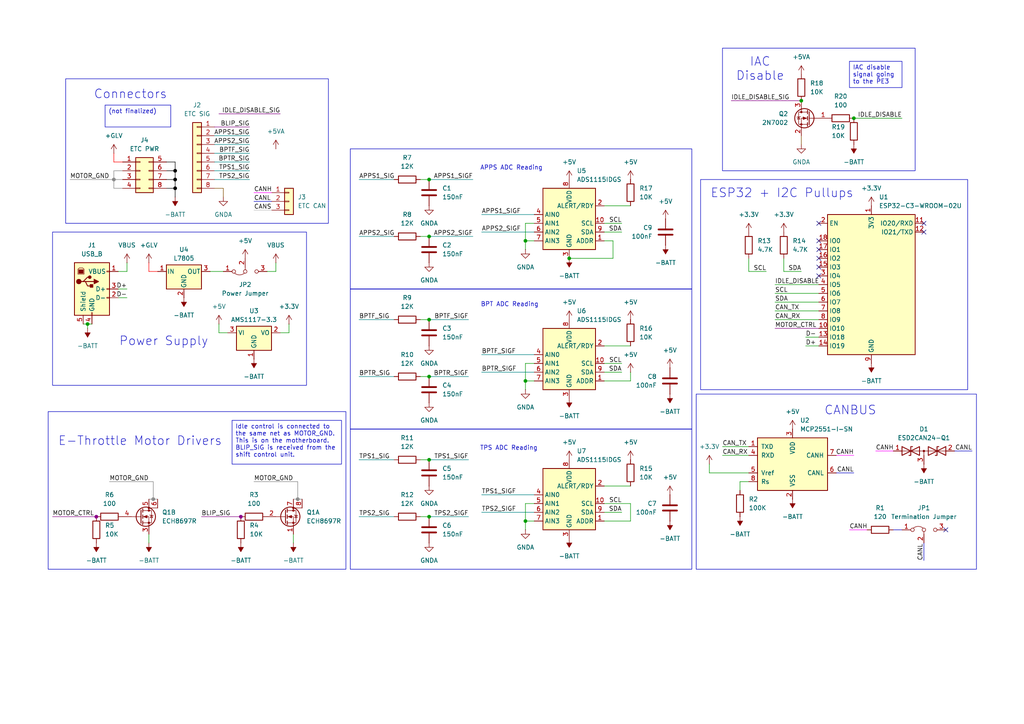
<source format=kicad_sch>
(kicad_sch (version 20231120) (generator "eeschema") (generator_version "8.0")
  (paper "A4")
  (title_block (title "Electronic Throttle Control Module") (date "2024-11-19") (rev "A") (company "\"Gryphon Racing\""))
  (junction (at 86.36 144.78) (color 132 132 132 1))
  (junction (at 50.8 49.53) (color 0 0 0 1))
  (junction (at 247.65 34.29))
  (junction (at 50.8 52.07) (color 0 0 0 1))
  (junction (at 165.1 74.93))
  (junction (at 152.4 110.49))
  (junction (at 25.4 93.98))
  (junction (at 124.46 52.07))
  (junction (at 50.8 54.61) (color 0 0 0 1))
  (junction (at 44.45 144.78) (color 132 132 132 1))
  (junction (at 152.4 151.13))
  (junction (at 124.46 149.86))
  (junction (at 69.85 149.86) (color 132 0 132 1))
  (junction (at 232.41 29.21))
  (junction (at 27.94 149.86) (color 132 0 132 1))
  (junction (at 124.46 109.22))
  (junction (at 124.46 133.35))
  (junction (at 152.4 69.85))
  (junction (at 124.46 68.58))
  (junction (at 124.46 92.71))
  (junction (at 33.02 52.07) (color 132 132 132 1))
  (no_connect (at 267.97 67.31))
  (no_connect (at 237.49 72.39))
  (no_connect (at 237.49 74.93))
  (no_connect (at 267.97 64.77))
  (no_connect (at 237.49 77.47))
  (no_connect (at 237.49 64.77))
  (no_connect (at 274.32 153.67))
  (no_connect (at 237.49 80.01))
  (no_connect (at 237.49 69.85))
  (wire (pts (xy 44.45 139.7) (xy 44.45 144.78)) (stroke (width 0) (color 132 132 132 1)))
  (wire (pts (xy 63.5 96.52) (xy 66.04 96.52)))
  (wire (pts (xy 233.68 100.33) (xy 237.49 100.33)))
  (wire (pts (xy 224.79 85.09) (xy 237.49 85.09)))
  (wire (pts (xy 104.14 133.35) (xy 114.3 133.35)) (stroke (width 0) (color 0 132 132 1)))
  (wire (pts (xy 139.7 102.87) (xy 154.94 102.87)) (stroke (width 0) (color 0 132 132 1)))
  (wire (pts (xy 175.26 146.05) (xy 182.88 146.05)))
  (wire (pts (xy 72.39 46.99) (xy 62.23 46.99)) (stroke (width 0) (color 0 132 132 1)))
  (wire (pts (xy 50.8 49.53) (xy 48.26 49.53)) (stroke (width 0) (color 0 0 0 1)))
  (wire (pts (xy 214.63 142.24) (xy 214.63 139.7)))
  (wire (pts (xy 175.26 67.31) (xy 180.34 67.31)))
  (wire (pts (xy 224.79 87.63) (xy 237.49 87.63)))
  (wire (pts (xy 259.08 130.81) (xy 254 130.81)) (stroke (width 0) (color 255 0 255 1)))
  (wire (pts (xy 83.82 96.52) (xy 83.82 93.98)))
  (wire (pts (xy 72.39 39.37) (xy 62.23 39.37)) (stroke (width 0) (color 0 132 132 1)))
  (wire (pts (xy 33.02 52.07) (xy 33.02 54.61)) (stroke (width 0) (color 132 132 132 1)))
  (wire (pts (xy 121.92 133.35) (xy 124.46 133.35)))
  (wire (pts (xy 25.4 93.98) (xy 26.67 93.98)))
  (wire (pts (xy 36.83 86.36) (xy 34.29 86.36)))
  (wire (pts (xy 86.36 144.78) (xy 85.09 144.78)) (stroke (width 0) (color 132 132 132 1)))
  (wire (pts (xy 50.8 54.61) (xy 50.8 52.07)) (stroke (width 0) (color 0 0 0 1)))
  (wire (pts (xy 177.8 69.85) (xy 177.8 74.93)))
  (wire (pts (xy 72.39 49.53) (xy 62.23 49.53)) (stroke (width 0) (color 0 132 132 1)))
  (wire (pts (xy 45.72 144.78) (xy 44.45 144.78)) (stroke (width 0) (color 132 132 132 1)))
  (wire (pts (xy 175.26 148.59) (xy 180.34 148.59)))
  (wire (pts (xy 33.02 49.53) (xy 35.56 49.53)) (stroke (width 0) (color 132 132 132 1)))
  (wire (pts (xy 233.68 97.79) (xy 237.49 97.79)))
  (wire (pts (xy 205.74 134.62) (xy 205.74 137.16)))
  (wire (pts (xy 78.74 58.42) (xy 73.66 58.42)) (stroke (width 0) (color 0 0 194 1)))
  (wire (pts (xy 72.39 36.83) (xy 62.23 36.83)) (stroke (width 0) (color 132 0 132 1)))
  (wire (pts (xy 209.55 132.08) (xy 217.17 132.08)))
  (wire (pts (xy 121.92 109.22) (xy 124.46 109.22)))
  (wire (pts (xy 175.26 107.95) (xy 180.34 107.95)))
  (wire (pts (xy 139.7 62.23) (xy 154.94 62.23)) (stroke (width 0) (color 0 132 132 1)))
  (wire (pts (xy 104.14 149.86) (xy 114.3 149.86)) (stroke (width 0) (color 0 132 132 1)))
  (wire (pts (xy 58.42 149.86) (xy 69.85 149.86)) (stroke (width 0) (color 132 0 132 1)))
  (wire (pts (xy 104.14 52.07) (xy 114.3 52.07)) (stroke (width 0) (color 0 132 132 1)))
  (wire (pts (xy 139.7 107.95) (xy 154.94 107.95)) (stroke (width 0) (color 0 132 132 1)))
  (wire (pts (xy 152.4 105.41) (xy 154.94 105.41)))
  (wire (pts (xy 152.4 69.85) (xy 154.94 69.85)))
  (wire (pts (xy 224.79 90.17) (xy 237.49 90.17)))
  (wire (pts (xy 139.7 67.31) (xy 154.94 67.31)) (stroke (width 0) (color 0 132 132 1)))
  (wire (pts (xy 24.13 93.98) (xy 25.4 93.98)))
  (wire (pts (xy 135.89 133.35) (xy 124.46 133.35)) (stroke (width 0) (color 0 132 132 1)))
  (wire (pts (xy 80.01 78.74) (xy 80.01 76.2)))
  (wire (pts (xy 20.32 52.07) (xy 33.02 52.07)) (stroke (width 0) (color 132 132 132 1)))
  (wire (pts (xy 33.02 46.99) (xy 35.56 46.99)) (stroke (width 0) (color 255 0 0 1)))
  (wire (pts (xy 121.92 92.71) (xy 124.46 92.71)))
  (wire (pts (xy 152.4 110.49) (xy 152.4 105.41)))
  (wire (pts (xy 175.26 100.33) (xy 182.88 100.33)))
  (wire (pts (xy 276.86 130.81) (xy 281.94 130.81)) (stroke (width 0) (color 0 0 194 1)))
  (wire (pts (xy 152.4 146.05) (xy 154.94 146.05)))
  (wire (pts (xy 50.8 57.15) (xy 50.8 54.61)) (stroke (width 0) (color 0 0 0 1)))
  (wire (pts (xy 152.4 153.67) (xy 152.4 151.13)))
  (wire (pts (xy 34.29 78.74) (xy 36.83 78.74)))
  (wire (pts (xy 152.4 113.03) (xy 152.4 110.49)))
  (wire (pts (xy 175.26 110.49) (xy 182.88 110.49)))
  (wire (pts (xy 15.24 149.86) (xy 27.94 149.86)) (stroke (width 0) (color 132 0 132 1)))
  (wire (pts (xy 135.89 109.22) (xy 124.46 109.22)) (stroke (width 0) (color 0 132 132 1)))
  (wire (pts (xy 104.14 68.58) (xy 114.3 68.58)) (stroke (width 0) (color 0 132 132 1)))
  (wire (pts (xy 87.63 144.78) (xy 86.36 144.78)) (stroke (width 0) (color 132 132 132 1)))
  (wire (pts (xy 137.16 68.58) (xy 124.46 68.58)) (stroke (width 0) (color 0 132 132 1)))
  (wire (pts (xy 227.33 78.74) (xy 232.41 78.74)))
  (wire (pts (xy 43.18 78.74) (xy 45.72 78.74)) (stroke (width 0) (color 255 0 0 1)))
  (wire (pts (xy 104.14 92.71) (xy 114.3 92.71)) (stroke (width 0) (color 0 132 132 1)))
  (wire (pts (xy 177.8 74.93) (xy 165.1 74.93)))
  (wire (pts (xy 77.47 78.74) (xy 80.01 78.74)))
  (wire (pts (xy 175.26 151.13) (xy 182.88 151.13)))
  (wire (pts (xy 43.18 78.74) (xy 43.18 76.2)) (stroke (width 0) (color 255 0 0 1)))
  (wire (pts (xy 152.4 69.85) (xy 152.4 64.77)))
  (wire (pts (xy 175.26 69.85) (xy 177.8 69.85)))
  (wire (pts (xy 81.28 96.52) (xy 83.82 96.52)))
  (wire (pts (xy 152.4 110.49) (xy 154.94 110.49)))
  (wire (pts (xy 251.46 153.67) (xy 246.38 153.67)) (stroke (width 0) (color 255 0 255 1)))
  (wire (pts (xy 267.97 157.48) (xy 267.97 162.56)) (stroke (width 0) (color 0 0 194 1)))
  (wire (pts (xy 217.17 78.74) (xy 217.17 74.93)))
  (wire (pts (xy 152.4 151.13) (xy 152.4 146.05)))
  (wire (pts (xy 50.8 52.07) (xy 48.26 52.07)) (stroke (width 0) (color 0 0 0 1)))
  (wire (pts (xy 175.26 59.69) (xy 182.88 59.69)))
  (wire (pts (xy 78.74 55.88) (xy 73.66 55.88)) (stroke (width 0) (color 255 0 255 1)))
  (wire (pts (xy 180.34 105.41) (xy 175.26 105.41)))
  (wire (pts (xy 209.55 129.54) (xy 217.17 129.54)))
  (wire (pts (xy 242.57 132.08) (xy 247.65 132.08)) (stroke (width 0) (color 255 0 255 1)))
  (wire (pts (xy 50.8 54.61) (xy 48.26 54.61)) (stroke (width 0) (color 0 0 0 1)))
  (wire (pts (xy 64.77 54.61) (xy 62.23 54.61)) (stroke (width 0) (color 128 77 0 1)))
  (wire (pts (xy 36.83 83.82) (xy 34.29 83.82)))
  (wire (pts (xy 33.02 46.99) (xy 33.02 44.45)) (stroke (width 0) (color 255 0 0 1)))
  (wire (pts (xy 33.02 54.61) (xy 35.56 54.61)) (stroke (width 0) (color 132 132 132 1)))
  (wire (pts (xy 137.16 52.07) (xy 124.46 52.07)) (stroke (width 0) (color 0 132 132 1)))
  (wire (pts (xy 224.79 82.55) (xy 237.49 82.55)))
  (wire (pts (xy 86.36 139.7) (xy 86.36 144.78)) (stroke (width 0) (color 132 132 132 1)))
  (wire (pts (xy 33.02 52.07) (xy 33.02 49.53)) (stroke (width 0) (color 132 132 132 1)))
  (wire (pts (xy 50.8 52.07) (xy 50.8 49.53)) (stroke (width 0) (color 0 0 0 1)))
  (wire (pts (xy 242.57 137.16) (xy 247.65 137.16)) (stroke (width 0) (color 0 0 194 1)))
  (wire (pts (xy 33.02 52.07) (xy 35.56 52.07)) (stroke (width 0) (color 132 132 132 1)))
  (wire (pts (xy 85.09 157.48) (xy 85.09 154.94)))
  (wire (pts (xy 104.14 109.22) (xy 114.3 109.22)) (stroke (width 0) (color 0 132 132 1)))
  (wire (pts (xy 152.4 151.13) (xy 154.94 151.13)))
  (wire (pts (xy 227.33 78.74) (xy 227.33 74.93)))
  (wire (pts (xy 224.79 92.71) (xy 237.49 92.71)))
  (wire (pts (xy 50.8 49.53) (xy 50.8 46.99)) (stroke (width 0) (color 0 0 0 1)))
  (wire (pts (xy 222.25 78.74) (xy 217.17 78.74)))
  (wire (pts (xy 214.63 139.7) (xy 217.17 139.7)))
  (wire (pts (xy 139.7 148.59) (xy 154.94 148.59)) (stroke (width 0) (color 0 132 132 1)))
  (wire (pts (xy 135.89 92.71) (xy 124.46 92.71)) (stroke (width 0) (color 0 132 132 1)))
  (wire (pts (xy 31.75 139.7) (xy 44.45 139.7)) (stroke (width 0) (color 132 132 132 1)))
  (wire (pts (xy 43.18 157.48) (xy 43.18 154.94)))
  (wire (pts (xy 135.89 149.86) (xy 124.46 149.86)) (stroke (width 0) (color 0 132 132 1)))
  (wire (pts (xy 175.26 140.97) (xy 182.88 140.97)))
  (wire (pts (xy 81.28 33.02) (xy 63.5 33.02)) (stroke (width 0) (color 132 0 132 1)))
  (wire (pts (xy 232.41 41.91) (xy 232.41 39.37)) (stroke (width 0) (color 128 77 0 1)))
  (wire (pts (xy 247.65 34.29) (xy 261.62 34.29)))
  (wire (pts (xy 152.4 64.77) (xy 154.94 64.77)))
  (wire (pts (xy 212.09 29.21) (xy 232.41 29.21)) (stroke (width 0) (color 132 0 132 1)))
  (wire (pts (xy 50.8 46.99) (xy 48.26 46.99)) (stroke (width 0) (color 0 0 0 1)))
  (wire (pts (xy 73.66 139.7) (xy 86.36 139.7)) (stroke (width 0) (color 132 132 132 1)))
  (wire (pts (xy 36.83 78.74) (xy 36.83 76.2)))
  (wire (pts (xy 180.34 64.77) (xy 175.26 64.77)))
  (wire (pts (xy 152.4 72.39) (xy 152.4 69.85)))
  (wire (pts (xy 205.74 137.16) (xy 217.17 137.16)))
  (wire (pts (xy 44.45 144.78) (xy 43.18 144.78)) (stroke (width 0) (color 132 132 132 1)))
  (wire (pts (xy 72.39 44.45) (xy 62.23 44.45)) (stroke (width 0) (color 0 132 132 1)))
  (wire (pts (xy 121.92 52.07) (xy 124.46 52.07)))
  (wire (pts (xy 63.5 93.98) (xy 63.5 96.52)))
  (wire (pts (xy 121.92 68.58) (xy 124.46 68.58)))
  (wire (pts (xy 139.7 143.51) (xy 154.94 143.51)) (stroke (width 0) (color 0 132 132 1)))
  (wire (pts (xy 72.39 52.07) (xy 62.23 52.07)) (stroke (width 0) (color 0 132 132 1)))
  (wire (pts (xy 259.08 153.67) (xy 261.62 153.67)) (stroke (width 0) (color 0 0 194 1)))
  (wire (pts (xy 64.77 57.15) (xy 64.77 54.61)) (stroke (width 0) (color 128 77 0 1)))
  (wire (pts (xy 121.92 149.86) (xy 124.46 149.86)))
  (wire (pts (xy 224.79 95.25) (xy 237.49 95.25)) (stroke (width 0) (color 132 0 132 1)))
  (wire (pts (xy 78.74 60.96) (xy 73.66 60.96)) (stroke (width 0) (color 194 194 194 1)))
  (wire (pts (xy 72.39 41.91) (xy 62.23 41.91)) (stroke (width 0) (color 0 132 132 1)))
  (wire (pts (xy 182.88 151.13) (xy 182.88 146.05)))
  (wire (pts (xy 25.4 93.98) (xy 25.4 95.25)))
  (wire (pts (xy 182.88 110.49) (xy 182.88 107.95)))
  (wire (pts (xy 60.96 78.74) (xy 64.77 78.74)))
  (rectangle (start 201.93 114.3) (end 283.21 165.1))
  (rectangle (start 13.97 119.38) (end 100.33 165.1))
  (rectangle (start 203.2 52.07) (end 280.67 113.03))
  (rectangle (start 101.6 43.18) (end 200.66 83.82))
  (rectangle (start 101.6 83.82) (end 200.66 124.46))
  (rectangle (start 15.24 67.31) (end 88.9 111.76))
  (rectangle (start 209.55 13.97) (end 265.43 49.53))
  (rectangle (start 101.6 124.46) (end 200.66 165.1))
  (rectangle (start 19.05 22.86) (end 95.25 64.77))
  (text_box "Idle control is connected to the same net as MOTOR_GND. This is on the motherboard. BLIP_SIG is received from the shift control unit." (at 67.31 121.92 0) (size 31.75 12.7) (effects (font (size 1.27 1.27)) (justify left top)))
  (text_box "IAC disable signal going to the PE3" (at 246.38 17.78 0) (size 15.24 7.62) (effects (font (size 1.27 1.27)) (justify left top)))
  (text_box "(not finalized)" (at 30.48 30.48 0) (size 19.05 6.35) (effects (font (size 1.27 1.27)) (justify left top)))
  (text "TPS ADC Reading" (at 147.574 130.048 0) (effects (font (size 1.27 1.27))))
  (text "BPT ADC Reading" (at 147.828 88.392 0) (effects (font (size 1.27 1.27))))
  (text "Connectors" (at 37.846 27.432 0) (effects (font (size 2.54 2.54))))
  (text "CANBUS" (at 246.634 119.126 0) (effects (font (size 2.54 2.54))))
  (text "E-Throttle Motor Drivers" (at 40.64 128.016 0) (effects (font (size 2.54 2.54))))
  (text "Power Supply" (at 47.498 99.06 0) (effects (font (size 2.54 2.54))))
  (text "ESP32 + I2C Pullups" (at 226.822 56.134 0) (effects (font (size 2.54 2.54))))
  (text "APPS ADC Reading" (at 148.336 48.768 0) (effects (font (size 1.27 1.27))))
  (text "IAC\nDisable" (at 220.472 20.066 0) (effects (font (size 2.54 2.54))))
  (label "CANH" (at 246.38 153.67 0))
  (label "SCL" (at 222.25 78.74 180))
  (label "MOTOR_GND" (at 73.66 139.7 0))
  (label "APPS1_SIG" (at 72.39 39.37 180))
  (label "CANH" (at 73.66 55.88 0))
  (label "BPTF_SIGF" (at 139.7 102.87 0))
  (label "SCL" (at 180.34 64.77 180))
  (label "APPS1_SIG" (at 104.14 52.07 0))
  (label "CAN_TX" (at 209.55 129.54 0))
  (label "CANH" (at 254 130.81 0))
  (label "CAN_RX" (at 224.79 92.71 0))
  (label "D+" (at 36.83 83.82 180))
  (label "BPTF_SIG" (at 104.14 92.71 0))
  (label "D-" (at 233.68 97.79 0))
  (label "IDLE_DISABLE" (at 261.62 34.29 180))
  (label "APPS2_SIG" (at 104.14 68.58 0))
  (label "D-" (at 36.83 86.36 180))
  (label "CANL" (at 267.97 162.56 90))
  (label "APPS2_SIG" (at 72.39 41.91 180))
  (label "D+" (at 233.68 100.33 0))
  (label "BPTR_SIG" (at 104.14 109.22 0))
  (label "APPS1_SIGF" (at 137.16 52.07 180))
  (label "BLIP_SIG" (at 72.39 36.83 180))
  (label "TPS1_SIGF" (at 135.89 133.35 180))
  (label "APPS2_SIGF" (at 139.7 67.31 0))
  (label "BPTR_SIGF" (at 135.89 109.22 180))
  (label "CANH" (at 247.65 132.08 180))
  (label "TPS1_SIG" (at 72.39 49.53 180))
  (label "CANL" (at 73.66 58.42 0))
  (label "APPS2_SIGF" (at 137.16 68.58 180))
  (label "CAN_RX" (at 209.55 132.08 0))
  (label "TPS2_SIGF" (at 135.89 149.86 180))
  (label "MOTOR_CTRL" (at 224.79 95.25 0))
  (label "IDLE_DISABLE" (at 224.79 82.55 0))
  (label "IDLE_DISABLE_SIG" (at 212.09 29.21 0))
  (label "SCL" (at 180.34 146.05 180))
  (label "TPS2_SIGF" (at 139.7 148.59 0))
  (label "BLIP_SIG" (at 58.42 149.86 0))
  (label "SDA" (at 232.41 78.74 180))
  (label "CANS" (at 73.66 60.96 0))
  (label "CANL" (at 247.65 137.16 180))
  (label "SDA" (at 224.79 87.63 0))
  (label "BPTF_SIG" (at 72.39 44.45 180))
  (label "BPTF_SIGF" (at 135.89 92.71 180))
  (label "BPTR_SIG" (at 72.39 46.99 180))
  (label "TPS1_SIGF" (at 139.7 143.51 0))
  (label "MOTOR_GND" (at 20.32 52.07 0))
  (label "BPTR_SIGF" (at 139.7 107.95 0))
  (label "CAN_TX" (at 224.79 90.17 0))
  (label "SDA" (at 180.34 148.59 180))
  (label "APPS1_SIGF" (at 139.7 62.23 0))
  (label "TPS2_SIG" (at 72.39 52.07 180))
  (label "SCL" (at 224.79 85.09 0))
  (label "SDA" (at 180.34 67.31 180))
  (label "IDLE_DISABLE_SIG" (at 81.28 33.02 180))
  (label "TPS2_SIG" (at 104.14 149.86 0))
  (label "MOTOR_GND" (at 31.75 139.7 0))
  (label "SCL" (at 180.34 105.41 180))
  (label "TPS1_SIG" (at 104.14 133.35 0))
  (label "SDA" (at 180.34 107.95 180))
  (label "MOTOR_CTRL" (at 15.24 149.86 0))
  (label "CANL" (at 281.94 130.81 180))
  (symbol (lib_id "power:-BATT") (at 267.97 134.62 0) (mirror x) (unit 1)
    (property "Reference" "#PWR08" (effects (hide yes)))
    (property "Value" "-BATT" (at 267.97 139.7 0))
    (property "Description" "Power symbol creates a global label with name \"-BATT\"" (effects (hide yes)))
  )
  (symbol (lib_id "power:-BATT") (at 43.18 157.48 0) (mirror x) (unit 1)
    (property "Reference" "#PWR014" (effects (hide yes)))
    (property "Value" "-BATT" (at 43.18 162.56 0))
    (property "Description" "Power symbol creates a global label with name \"-BATT\"" (effects (hide yes)))
  )
  (symbol (lib_id "Device:R") (at 27.94 153.67 180) (unit 1)
    (property "Reference" "R5" (at 30.48 152.3999 0) (effects (justify right)))
    (property "Value" "10K" (at 30.48 154.9399 0) (effects (justify right)))
    (property "Footprint" "Resistor_SMD:R_0603_1608Metric" (effects (hide yes)))
    (property "Description" "Resistor" (effects (hide yes)))
  )
  (symbol (lib_id "Device:Q_Dual_NMOS_S1G1S2G2D2D2D1D1") (at 82.55 149.86 0) (unit 1)
    (property "Reference" "Q1" (at 88.9 148.5899 0) (effects (justify left)))
    (property "Value" "ECH8697R" (at 88.9 151.1299 0) (effects (justify left)))
    (property "Footprint" "Package_TO_SOT_SMD:OnSemi_ECH8" (effects (hide yes)))
    (property "Description" "Dual NMOS transistor, 8 pin package" (effects (hide yes)))
  )
  (symbol (lib_id "power:GNDA") (at 152.4 113.03 0) (mirror y) (unit 1)
    (property "Reference" "#PWR036" (effects (hide yes)))
    (property "Value" "GNDA" (at 152.4 118.11 0))
    (property "Description" "Power symbol creates a global label with name \"GNDA\" , analog ground" (effects (hide yes)))
  )
  (symbol (lib_id "power:+5V") (at 194.31 143.51 0) (unit 1)
    (property "Reference" "#PWR045" (effects (hide yes)))
    (property "Value" "+5V" (at 194.31 138.43 0))
    (property "Description" "Power symbol creates a global label with name \"+5V\"" (effects (hide yes)))
  )
  (symbol (lib_id "power:GNDA") (at 124.46 140.97 0) (mirror y) (unit 1)
    (property "Reference" "#PWR029" (effects (hide yes)))
    (property "Value" "GNDA" (at 124.46 146.05 0))
    (property "Description" "Power symbol creates a global label with name \"GNDA\" , analog ground" (effects (hide yes)))
  )
  (symbol (lib_id "Device:R") (at 118.11 92.71 90) (unit 1)
    (property "Reference" "R9" (at 118.11 86.36 90))
    (property "Value" "12K" (at 118.11 88.9 90))
    (property "Footprint" "Resistor_SMD:R_0603_1608Metric" (effects (hide yes)))
    (property "Description" "Resistor" (effects (hide yes)))
  )
  (symbol (lib_id "Device:C") (at 194.31 110.49 0) (mirror y) (unit 1)
    (property "Reference" "C8" (at 190.5 109.2199 0) (effects (justify left)))
    (property "Value" "100nF" (at 190.5 111.7599 0) (effects (justify left)))
    (property "Footprint" "Capacitor_SMD:C_0603_1608Metric" (effects (hide yes)))
    (property "Description" "Unpolarized capacitor" (effects (hide yes)))
  )
  (symbol (lib_id "Jumper:Jumper_3_Bridged12") (at 71.12 78.74 0) (mirror x) (unit 1) (exclude_from_sim yes) (in_bom no)
    (property "Reference" "JP2" (at 71.12 82.55 0))
    (property "Value" "Power Jumper" (at 71.12 85.09 0))
    (property "Footprint" "Connector_PinHeader_2.54mm:PinHeader_1x03_P2.54mm_Vertical" (effects (hide yes)))
    (property "Description" "Jumper, 3-pole, pins 1+2 closed/bridged" (effects (hide yes)))
  )
  (symbol (lib_id "Device:R") (at 232.41 25.4 180) (unit 1)
    (property "Reference" "R18" (at 234.95 24.1299 0) (effects (justify right)))
    (property "Value" "10K" (at 234.95 26.6699 0) (effects (justify right)))
    (property "Footprint" "Resistor_SMD:R_0603_1608Metric" (effects (hide yes)))
    (property "Description" "Resistor" (effects (hide yes)))
  )
  (symbol (lib_id "power:GNDA") (at 124.46 59.69 0) (mirror y) (unit 1)
    (property "Reference" "#PWR025" (effects (hide yes)))
    (property "Value" "GNDA" (at 124.46 64.77 0))
    (property "Description" "Power symbol creates a global label with name \"GNDA\" , analog ground" (effects (hide yes)))
  )
  (symbol (lib_id "Analog_ADC:ADS1115IDGS") (at 165.1 146.05 0) (unit 1)
    (property "Reference" "U7" (at 167.2941 130.81 0) (effects (justify left)))
    (property "Value" "ADS1115IDGS" (at 167.2941 133.35 0) (effects (justify left)))
    (property "Footprint" "Package_SO:TSSOP-10_3x3mm_P0.5mm" (effects (hide yes)))
    (property "Datasheet" "http://www.ti.com/lit/ds/symlink/ads1113.pdf" (effects (hide yes)))
    (property "Description" "Ultra-Small, Low-Power, I2C-Compatible, 860-SPS, 16-Bit ADCs With Internal Reference, Oscillator, and Programmable Comparator, VSSOP-10" (effects (hide yes)))
  )
  (symbol (lib_id "Device:C") (at 194.31 147.32 0) (mirror y) (unit 1)
    (property "Reference" "C7" (at 190.5 146.0499 0) (effects (justify left)))
    (property "Value" "100nF" (at 190.5 148.5899 0) (effects (justify left)))
    (property "Footprint" "Capacitor_SMD:C_0603_1608Metric" (effects (hide yes)))
    (property "Description" "Unpolarized capacitor" (effects (hide yes)))
  )
  (symbol (lib_id "power:+VSW") (at 43.18 76.2 0) (unit 1)
    (property "Reference" "#PWR023" (effects (hide yes)))
    (property "Value" "+GLV" (at 43.18 71.12 0))
    (property "Description" "Power symbol creates a global label with name \"+VSW\"" (effects (hide yes)))
  )
  (symbol (lib_id "Device:R") (at 247.65 38.1 0) (mirror x) (unit 1)
    (property "Reference" "R19" (at 245.11 36.8299 0) (effects (justify right)))
    (property "Value" "10K" (at 245.11 39.3699 0) (effects (justify right)))
    (property "Footprint" "Resistor_SMD:R_0603_1608Metric" (effects (hide yes)))
    (property "Description" "Resistor" (effects (hide yes)))
  )
  (symbol (lib_id "Device:C") (at 124.46 137.16 180) (unit 1)
    (property "Reference" "C5" (at 128.27 135.8899 0) (effects (justify right)))
    (property "Value" "150nF" (at 128.27 138.4299 0) (effects (justify right)))
    (property "Footprint" "Capacitor_SMD:C_0603_1608Metric" (effects (hide yes)))
    (property "Description" "Unpolarized capacitor" (effects (hide yes)))
  )
  (symbol (lib_id "power:-BATT") (at 194.31 114.3 0) (mirror x) (unit 1)
    (property "Reference" "#PWR047" (effects (hide yes)))
    (property "Value" "-BATT" (at 194.31 119.38 0))
    (property "Description" "Power symbol creates a global label with name \"-BATT\"" (effects (hide yes)))
  )
  (symbol (lib_id "Device:R") (at 255.27 153.67 90) (unit 1)
    (property "Reference" "R1" (at 255.27 147.32 90))
    (property "Value" "120" (at 255.27 149.86 90))
    (property "Footprint" "Resistor_SMD:R_0603_1608Metric" (effects (hide yes)))
    (property "Description" "Resistor" (effects (hide yes)))
  )
  (symbol (lib_id "Transistor_FET:2N7002") (at 234.95 34.29 0) (mirror y) (unit 1)
    (property "Reference" "Q2" (at 228.6 33.0199 0) (effects (justify left)))
    (property "Value" "2N7002" (at 228.6 35.5599 0) (effects (justify left)))
    (property "Footprint" "Package_TO_SOT_SMD:SOT-23" (effects (hide yes)))
    (property "Datasheet" "https://www.onsemi.com/pub/Collateral/NDS7002A-D.PDF" (effects (hide yes)))
    (property "Description" "0.115A Id, 60V Vds, N-Channel MOSFET, SOT-23" (effects (hide yes)))
  )
  (symbol (lib_id "RF_Module:ESP32-C3-WROOM-02U") (at 252.73 82.55 0) (unit 1)
    (property "Reference" "U1" (at 254.9241 57.15 0) (effects (justify left)))
    (property "Value" "ESP32-C3-WROOM-02U" (at 254.9241 59.69 0) (effects (justify left)))
    (property "Footprint" "RF_Module:ESP32-C3-WROOM-02U" (effects (hide yes)))
    (property "Datasheet" "https://www.espressif.com/sites/default/files/documentation/esp32-c3-wroom-02_datasheet_en.pdf" (effects (hide yes)))
    (property "Description" "802.11 b/g/n Wi­Fi and Bluetooth 5 module, ESP32­C3 SoC, RISC­V microprocessor, On-board antenna" (effects (hide yes)))
  )
  (symbol (lib_id "power:-BATT") (at 214.63 149.86 0) (mirror x) (unit 1)
    (property "Reference" "#PWR010" (effects (hide yes)))
    (property "Value" "-BATT" (at 214.63 154.94 0))
    (property "Description" "Power symbol creates a global label with name \"-BATT\"" (effects (hide yes)))
  )
  (symbol (lib_id "power:-BATT") (at 165.1 74.93 0) (mirror x) (unit 1)
    (property "Reference" "#PWR031" (effects (hide yes)))
    (property "Value" "-BATT" (at 165.1 80.01 0))
    (property "Description" "Power symbol creates a global label with name \"-BATT\"" (effects (hide yes)))
  )
  (symbol (lib_id "Device:R") (at 118.11 68.58 90) (unit 1)
    (property "Reference" "R8" (at 118.11 62.23 90))
    (property "Value" "12K" (at 118.11 64.77 90))
    (property "Footprint" "Resistor_SMD:R_0603_1608Metric" (effects (hide yes)))
    (property "Description" "Resistor" (effects (hide yes)))
  )
  (symbol (lib_id "power:+5V") (at 229.87 124.46 0) (unit 1)
    (property "Reference" "#PWR01" (effects (hide yes)))
    (property "Value" "+5V" (at 229.87 119.38 0))
    (property "Description" "Power symbol creates a global label with name \"+5V\"" (effects (hide yes)))
  )
  (symbol (lib_id "power:+5V") (at 165.1 52.07 0) (unit 1)
    (property "Reference" "#PWR032" (effects (hide yes)))
    (property "Value" "+5V" (at 165.1 46.99 0))
    (property "Description" "Power symbol creates a global label with name \"+5V\"" (effects (hide yes)))
  )
  (symbol (lib_id "power:+5V") (at 165.1 133.35 0) (unit 1)
    (property "Reference" "#PWR040" (effects (hide yes)))
    (property "Value" "+5V" (at 165.1 128.27 0))
    (property "Description" "Power symbol creates a global label with name \"+5V\"" (effects (hide yes)))
  )
  (symbol (lib_id "power:-BATT") (at 85.09 157.48 0) (mirror x) (unit 1)
    (property "Reference" "#PWR012" (effects (hide yes)))
    (property "Value" "-BATT" (at 85.09 162.56 0))
    (property "Description" "Power symbol creates a global label with name \"-BATT\"" (effects (hide yes)))
  )
  (symbol (lib_id "power:+5V") (at 182.88 107.95 0) (unit 1)
    (property "Reference" "#PWR042" (effects (hide yes)))
    (property "Value" "+5V" (at 182.88 102.87 0))
    (property "Description" "Power symbol creates a global label with name \"+5V\"" (effects (hide yes)))
  )
  (symbol (lib_id "Device:R") (at 217.17 71.12 0) (unit 1)
    (property "Reference" "R13" (at 219.71 69.8499 0) (effects (justify left)))
    (property "Value" "4.7K" (at 219.71 72.3899 0) (effects (justify left)))
    (property "Footprint" "Resistor_SMD:R_0603_1608Metric" (effects (hide yes)))
    (property "Description" "Resistor" (effects (hide yes)))
  )
  (symbol (lib_id "power:-BATT") (at 25.4 95.25 0) (mirror x) (unit 1)
    (property "Reference" "#PWR07" (effects (hide yes)))
    (property "Value" "-BATT" (at 25.4 100.33 0))
    (property "Description" "Power symbol creates a global label with name \"-BATT\"" (effects (hide yes)))
  )
  (symbol (lib_id "power:GNDA") (at 232.41 41.91 0) (mirror y) (unit 1)
    (property "Reference" "#PWR054" (effects (hide yes)))
    (property "Value" "GNDA" (at 232.41 46.99 0))
    (property "Description" "Power symbol creates a global label with name \"GNDA\" , analog ground" (effects (hide yes)))
  )
  (symbol (lib_id "power:+3.3V") (at 217.17 67.31 0) (unit 1)
    (property "Reference" "#PWR034" (effects (hide yes)))
    (property "Value" "+3.3V" (at 217.17 62.23 0))
    (property "Description" "Power symbol creates a global label with name \"+3.3V\"" (effects (hide yes)))
  )
  (symbol (lib_id "Connector_Generic:Conn_02x04_Top_Bottom") (at 40.64 49.53 0) (unit 1)
    (property "Reference" "J4" (at 41.91 40.64 0))
    (property "Value" "ETC PWR" (at 41.91 43.18 0))
    (property "Footprint" "Connector_PinSocket_2.54mm:PinSocket_2x04_P2.54mm_Vertical" (effects (hide yes)))
    (property "Description" "Generic connector, double row, 02x04, top/bottom pin numbering scheme (row 1: 1...pins_per_row, row2: pins_per_row+1 ... num_pins), script generated (kicad-library-utils/schlib/autogen/connector/)" (effects (hide yes)))
  )
  (symbol (lib_id "power:+5V") (at 165.1 92.71 0) (unit 1)
    (property "Reference" "#PWR037" (effects (hide yes)))
    (property "Value" "+5V" (at 165.1 87.63 0))
    (property "Description" "Power symbol creates a global label with name \"+5V\"" (effects (hide yes)))
  )
  (symbol (lib_id "power:GNDA") (at 124.46 100.33 0) (mirror y) (unit 1)
    (property "Reference" "#PWR027" (effects (hide yes)))
    (property "Value" "GNDA" (at 124.46 105.41 0))
    (property "Description" "Power symbol creates a global label with name \"GNDA\" , analog ground" (effects (hide yes)))
  )
  (symbol (lib_id "Regulator_Linear:AMS1117-3.3") (at 73.66 96.52 0) (unit 1)
    (property "Reference" "U3" (at 73.66 90.17 0))
    (property "Value" "AMS1117-3.3" (at 73.66 92.71 0))
    (property "Footprint" "Package_TO_SOT_SMD:SOT-223-3_TabPin2" (effects (hide yes)))
    (property "Datasheet" "http://www.advanced-monolithic.com/pdf/ds1117.pdf" (effects (hide yes)))
    (property "Description" "1A Low Dropout regulator, positive, 3.3V fixed output, SOT-223" (effects (hide yes)))
  )
  (symbol (lib_id "power:-BATT") (at 193.04 71.12 0) (mirror x) (unit 1)
    (property "Reference" "#PWR051" (effects (hide yes)))
    (property "Value" "-BATT" (at 193.04 76.2 0))
    (property "Description" "Power symbol creates a global label with name \"-BATT\"" (effects (hide yes)))
  )
  (symbol (lib_id "Device:R") (at 118.11 133.35 90) (unit 1)
    (property "Reference" "R11" (at 118.11 127 90))
    (property "Value" "12K" (at 118.11 129.54 90))
    (property "Footprint" "Resistor_SMD:R_0603_1608Metric" (effects (hide yes)))
    (property "Description" "Resistor" (effects (hide yes)))
  )
  (symbol (lib_id "power:GNDA") (at 152.4 72.39 0) (mirror y) (unit 1)
    (property "Reference" "#PWR033" (effects (hide yes)))
    (property "Value" "GNDA" (at 152.4 77.47 0))
    (property "Description" "Power symbol creates a global label with name \"GNDA\" , analog ground" (effects (hide yes)))
  )
  (symbol (lib_id "Device:R") (at 73.66 149.86 90) (unit 1)
    (property "Reference" "R3" (at 73.66 143.51 90))
    (property "Value" "100" (at 73.66 146.05 90))
    (property "Footprint" "Resistor_SMD:R_0603_1608Metric" (effects (hide yes)))
    (property "Description" "Resistor" (effects (hide yes)))
  )
  (symbol (lib_id "power:+3.3V") (at 252.73 59.69 0) (unit 1)
    (property "Reference" "#PWR02" (effects (hide yes)))
    (property "Value" "+3.3V" (at 252.73 54.61 0))
    (property "Description" "Power symbol creates a global label with name \"+3.3V\"" (effects (hide yes)))
  )
  (symbol (lib_id "Interface_CAN_LIN:MCP2551-I-SN") (at 229.87 134.62 0) (unit 1)
    (property "Reference" "U2" (at 232.0641 121.92 0) (effects (justify left)))
    (property "Value" "MCP2551-I-SN" (at 232.0641 124.46 0) (effects (justify left)))
    (property "Footprint" "Package_SO:SOIC-8_3.9x4.9mm_P1.27mm" (effects (hide yes)))
    (property "Datasheet" "http://ww1.microchip.com/downloads/en/devicedoc/21667d.pdf" (effects (hide yes)))
    (property "Description" "High-Speed CAN Transceiver, 1Mbps, 5V supply, SOIC-8" (effects (hide yes)))
  )
  (symbol (lib_id "power:-BATT") (at 53.34 86.36 0) (mirror x) (unit 1)
    (property "Reference" "#PWR022" (effects (hide yes)))
    (property "Value" "-BATT" (at 53.34 91.44 0))
    (property "Description" "Power symbol creates a global label with name \"-BATT\"" (effects (hide yes)))
  )
  (symbol (lib_id "power:-BATT") (at 194.31 151.13 0) (mirror x) (unit 1)
    (property "Reference" "#PWR044" (effects (hide yes)))
    (property "Value" "-BATT" (at 194.31 156.21 0))
    (property "Description" "Power symbol creates a global label with name \"-BATT\"" (effects (hide yes)))
  )
  (symbol (lib_id "Device:R") (at 118.11 52.07 90) (unit 1)
    (property "Reference" "R7" (at 118.11 45.72 90))
    (property "Value" "12K" (at 118.11 48.26 90))
    (property "Footprint" "Resistor_SMD:R_0603_1608Metric" (effects (hide yes)))
    (property "Description" "Resistor" (effects (hide yes)))
  )
  (symbol (lib_id "power:+5V") (at 194.31 106.68 0) (unit 1)
    (property "Reference" "#PWR046" (effects (hide yes)))
    (property "Value" "+5V" (at 194.31 101.6 0))
    (property "Description" "Power symbol creates a global label with name \"+5V\"" (effects (hide yes)))
  )
  (symbol (lib_id "power:-BATT") (at 165.1 115.57 0) (mirror x) (unit 1)
    (property "Reference" "#PWR038" (effects (hide yes)))
    (property "Value" "-BATT" (at 165.1 120.65 0))
    (property "Description" "Power symbol creates a global label with name \"-BATT\"" (effects (hide yes)))
  )
  (symbol (lib_id "power:+3.3V") (at 205.74 134.62 0) (unit 1)
    (property "Reference" "#PWR09" (effects (hide yes)))
    (property "Value" "+3.3V" (at 205.74 129.54 0))
    (property "Description" "Power symbol creates a global label with name \"+3.3V\"" (effects (hide yes)))
  )
  (symbol (lib_id "Device:R") (at 182.88 96.52 180) (unit 1)
    (property "Reference" "R16" (at 185.42 95.2499 0) (effects (justify right)))
    (property "Value" "10K" (at 185.42 97.7899 0) (effects (justify right)))
    (property "Footprint" "Resistor_SMD:R_0603_1608Metric" (effects (hide yes)))
    (property "Description" "Resistor" (effects (hide yes)))
  )
  (symbol (lib_id "Device:R") (at 182.88 55.88 180) (unit 1)
    (property "Reference" "R17" (at 185.42 54.6099 0) (effects (justify right)))
    (property "Value" "10K" (at 185.42 57.1499 0) (effects (justify right)))
    (property "Footprint" "Resistor_SMD:R_0603_1608Metric" (effects (hide yes)))
    (property "Description" "Resistor" (effects (hide yes)))
  )
  (symbol (lib_id "Device:R") (at 31.75 149.86 90) (unit 1)
    (property "Reference" "R6" (at 31.75 143.51 90))
    (property "Value" "100" (at 31.75 146.05 90))
    (property "Footprint" "Resistor_SMD:R_0603_1608Metric" (effects (hide yes)))
    (property "Description" "Resistor" (effects (hide yes)))
  )
  (symbol (lib_id "Device:R") (at 182.88 137.16 180) (unit 1)
    (property "Reference" "R15" (at 185.42 135.8899 0) (effects (justify right)))
    (property "Value" "10K" (at 185.42 138.4299 0) (effects (justify right)))
    (property "Footprint" "Resistor_SMD:R_0603_1608Metric" (effects (hide yes)))
    (property "Description" "Resistor" (effects (hide yes)))
  )
  (symbol (lib_id "Connector_Generic:Conn_01x03") (at 83.82 58.42 0) (unit 1)
    (property "Reference" "J3" (at 86.36 57.1499 0) (effects (justify left)))
    (property "Value" "ETC CAN" (at 86.36 59.6899 0) (effects (justify left)))
    (property "Footprint" "Connector_PinSocket_2.54mm:PinSocket_1x03_P2.54mm_Vertical" (effects (hide yes)))
    (property "Description" "Generic connector, single row, 01x03, script generated (kicad-library-utils/schlib/autogen/connector/)" (effects (hide yes)))
  )
  (symbol (lib_id "Device:C") (at 124.46 55.88 180) (unit 1)
    (property "Reference" "C1" (at 128.27 54.6099 0) (effects (justify right)))
    (property "Value" "150nF" (at 128.27 57.1499 0) (effects (justify right)))
    (property "Footprint" "Capacitor_SMD:C_0603_1608Metric" (effects (hide yes)))
    (property "Description" "Unpolarized capacitor" (effects (hide yes)))
  )
  (symbol (lib_id "power:VBUS") (at 80.01 76.2 0) (unit 1)
    (property "Reference" "#PWR017" (effects (hide yes)))
    (property "Value" "VBUS" (at 80.01 71.12 0))
    (property "Description" "Power symbol creates a global label with name \"VBUS\"" (effects (hide yes)))
  )
  (symbol (lib_id "power:+5VA") (at 232.41 21.59 0) (unit 1)
    (property "Reference" "#PWR052" (effects (hide yes)))
    (property "Value" "+5VA" (at 232.41 16.51 0))
    (property "Description" "Power symbol creates a global label with name \"+5VA\"" (effects (hide yes)))
  )
  (symbol (lib_id "Device:Q_Dual_NMOS_S1G1S2G2D2D2D1D1") (at 40.64 149.86 0) (unit 2)
    (property "Reference" "Q1" (at 46.99 148.5899 0) (effects (justify left)))
    (property "Value" "ECH8697R" (at 46.99 151.1299 0) (effects (justify left)))
    (property "Footprint" "Package_TO_SOT_SMD:OnSemi_ECH8" (effects (hide yes)))
    (property "Description" "Dual NMOS transistor, 8 pin package" (effects (hide yes)))
  )
  (symbol (lib_id "power:GNDA") (at 124.46 116.84 0) (mirror y) (unit 1)
    (property "Reference" "#PWR028" (effects (hide yes)))
    (property "Value" "GNDA" (at 124.46 121.92 0))
    (property "Description" "Power symbol creates a global label with name \"GNDA\" , analog ground" (effects (hide yes)))
  )
  (symbol (lib_id "Device:C") (at 124.46 96.52 180) (unit 1)
    (property "Reference" "C3" (at 128.27 95.2499 0) (effects (justify right)))
    (property "Value" "150nF" (at 128.27 97.7899 0) (effects (justify right)))
    (property "Footprint" "Capacitor_SMD:C_0603_1608Metric" (effects (hide yes)))
    (property "Description" "Unpolarized capacitor" (effects (hide yes)))
  )
  (symbol (lib_id "Device:C") (at 193.04 67.31 0) (mirror y) (unit 1)
    (property "Reference" "C9" (at 189.23 66.0399 0) (effects (justify left)))
    (property "Value" "100nF" (at 189.23 68.5799 0) (effects (justify left)))
    (property "Footprint" "Capacitor_SMD:C_0603_1608Metric" (effects (hide yes)))
    (property "Description" "Unpolarized capacitor" (effects (hide yes)))
  )
  (symbol (lib_id "Device:R") (at 118.11 149.86 90) (unit 1)
    (property "Reference" "R12" (at 118.11 143.51 90))
    (property "Value" "12K" (at 118.11 146.05 90))
    (property "Footprint" "Resistor_SMD:R_0603_1608Metric" (effects (hide yes)))
    (property "Description" "Resistor" (effects (hide yes)))
  )
  (symbol (lib_id "Jumper:Jumper_3_Bridged12") (at 267.97 153.67 0) (unit 1) (exclude_from_sim yes) (in_bom no)
    (property "Reference" "JP1" (at 267.97 147.32 0))
    (property "Value" "Termination Jumper" (at 267.97 149.86 0))
    (property "Footprint" "Connector_PinHeader_2.54mm:PinHeader_1x03_P2.54mm_Vertical" (effects (hide yes)))
    (property "Description" "Jumper, 3-pole, pins 1+2 closed/bridged" (effects (hide yes)))
  )
  (symbol (lib_id "power:+5V") (at 182.88 92.71 0) (unit 1)
    (property "Reference" "#PWR048" (effects (hide yes)))
    (property "Value" "+5V" (at 182.88 87.63 0))
    (property "Description" "Power symbol creates a global label with name \"+5V\"" (effects (hide yes)))
  )
  (symbol (lib_id "Device:R") (at 69.85 153.67 180) (unit 1)
    (property "Reference" "R4" (at 72.39 152.3999 0) (effects (justify right)))
    (property "Value" "10K" (at 72.39 154.9399 0) (effects (justify right)))
    (property "Footprint" "Resistor_SMD:R_0603_1608Metric" (effects (hide yes)))
    (property "Description" "Resistor" (effects (hide yes)))
  )
  (symbol (lib_id "Device:D_TVS_Dual_AAC") (at 267.97 130.81 0) (unit 1)
    (property "Reference" "D1" (at 267.97 124.46 0))
    (property "Value" "ESD2CAN24-Q1" (at 267.97 127 0))
    (property "Footprint" "Package_TO_SOT_SMD:SOT-23-3" (effects (hide yes)))
    (property "Description" "Bidirectional dual transient-voltage-suppression diode, center on pin 3" (effects (hide yes)))
  )
  (symbol (lib_id "Connector_Generic:Conn_01x08") (at 57.15 44.45 0) (mirror y) (unit 1)
    (property "Reference" "J2" (at 57.15 30.48 0))
    (property "Value" "ETC SIG" (at 57.15 33.02 0))
    (property "Footprint" "Connector_PinSocket_2.54mm:PinSocket_1x08_P2.54mm_Vertical" (effects (hide yes)))
    (property "Description" "Generic connector, single row, 01x08, script generated (kicad-library-utils/schlib/autogen/connector/)" (effects (hide yes)))
  )
  (symbol (lib_id "power:+5V") (at 63.5 93.98 0) (unit 1)
    (property "Reference" "#PWR020" (effects (hide yes)))
    (property "Value" "+5V" (at 63.5 88.9 0))
    (property "Description" "Power symbol creates a global label with name \"+5V\"" (effects (hide yes)))
  )
  (symbol (lib_id "power:+3.3V") (at 83.82 93.98 0) (unit 1)
    (property "Reference" "#PWR021" (effects (hide yes)))
    (property "Value" "+3.3V" (at 83.82 88.9 0))
    (property "Description" "Power symbol creates a global label with name \"+3.3V\"" (effects (hide yes)))
  )
  (symbol (lib_id "power:-BATT") (at 252.73 105.41 0) (mirror x) (unit 1)
    (property "Reference" "#PWR024" (effects (hide yes)))
    (property "Value" "-BATT" (at 252.73 110.49 0))
    (property "Description" "Power symbol creates a global label with name \"-BATT\"" (effects (hide yes)))
  )
  (symbol (lib_id "power:GNDA") (at 124.46 76.2 0) (mirror y) (unit 1)
    (property "Reference" "#PWR026" (effects (hide yes)))
    (property "Value" "GNDA" (at 124.46 81.28 0))
    (property "Description" "Power symbol creates a global label with name \"GNDA\" , analog ground" (effects (hide yes)))
  )
  (symbol (lib_id "power:+VSW") (at 33.02 44.45 0) (unit 1)
    (property "Reference" "#PWR03" (effects (hide yes)))
    (property "Value" "+GLV" (at 33.02 39.37 0))
    (property "Description" "Power symbol creates a global label with name \"+VSW\"" (effects (hide yes)))
  )
  (symbol (lib_id "Regulator_Linear:L7805") (at 53.34 78.74 0) (unit 1)
    (property "Reference" "U4" (at 53.34 72.39 0))
    (property "Value" "L7805" (at 53.34 74.93 0))
    (property "Footprint" "Package_TO_SOT_SMD:TO-252-2" (effects (hide yes)))
    (property "Datasheet" "http://www.st.com/content/ccc/resource/technical/document/datasheet/41/4f/b3/b0/12/d4/47/88/CD00000444.pdf/files/CD00000444.pdf/jcr:content/translations/en.CD00000444.pdf" (effects (hide yes)))
    (property "Description" "Positive 1.5A 35V Linear Regulator, Fixed Output 5V, TO-220/TO-263/TO-252" (effects (hide yes)))
  )
  (symbol (lib_id "power:-BATT") (at 229.87 144.78 0) (mirror x) (unit 1)
    (property "Reference" "#PWR011" (effects (hide yes)))
    (property "Value" "-BATT" (at 229.87 149.86 0))
    (property "Description" "Power symbol creates a global label with name \"-BATT\"" (effects (hide yes)))
  )
  (symbol (lib_id "power:+5V") (at 182.88 52.07 0) (unit 1)
    (property "Reference" "#PWR049" (effects (hide yes)))
    (property "Value" "+5V" (at 182.88 46.99 0))
    (property "Description" "Power symbol creates a global label with name \"+5V\"" (effects (hide yes)))
  )
  (symbol (lib_id "Analog_ADC:ADS1115IDGS") (at 165.1 105.41 0) (unit 1)
    (property "Reference" "U6" (at 167.2941 90.17 0) (effects (justify left)))
    (property "Value" "ADS1115IDGS" (at 167.2941 92.71 0) (effects (justify left)))
    (property "Footprint" "Package_SO:TSSOP-10_3x3mm_P0.5mm" (effects (hide yes)))
    (property "Datasheet" "http://www.ti.com/lit/ds/symlink/ads1113.pdf" (effects (hide yes)))
    (property "Description" "Ultra-Small, Low-Power, I2C-Compatible, 860-SPS, 16-Bit ADCs With Internal Reference, Oscillator, and Programmable Comparator, VSSOP-10" (effects (hide yes)))
  )
  (symbol (lib_id "Device:C") (at 124.46 72.39 180) (unit 1)
    (property "Reference" "C2" (at 128.27 71.1199 0) (effects (justify right)))
    (property "Value" "150nF" (at 128.27 73.6599 0) (effects (justify right)))
    (property "Footprint" "Capacitor_SMD:C_0603_1608Metric" (effects (hide yes)))
    (property "Description" "Unpolarized capacitor" (effects (hide yes)))
  )
  (symbol (lib_id "power:+5V") (at 71.12 74.93 0) (unit 1)
    (property "Reference" "#PWR018" (effects (hide yes)))
    (property "Value" "+5V" (at 71.12 69.85 0))
    (property "Description" "Power symbol creates a global label with name \"+5V\"" (effects (hide yes)))
  )
  (symbol (lib_id "power:-BATT") (at 73.66 104.14 0) (mirror x) (unit 1)
    (property "Reference" "#PWR019" (effects (hide yes)))
    (property "Value" "-BATT" (at 73.66 109.22 0))
    (property "Description" "Power symbol creates a global label with name \"-BATT\"" (effects (hide yes)))
  )
  (symbol (lib_id "power:-BATT") (at 165.1 156.21 0) (mirror x) (unit 1)
    (property "Reference" "#PWR041" (effects (hide yes)))
    (property "Value" "-BATT" (at 165.1 161.29 0))
    (property "Description" "Power symbol creates a global label with name \"-BATT\"" (effects (hide yes)))
  )
  (symbol (lib_id "Device:R") (at 214.63 146.05 0) (unit 1)
    (property "Reference" "R2" (at 217.17 144.7799 0) (effects (justify left)))
    (property "Value" "100K" (at 217.17 147.3199 0) (effects (justify left)))
    (property "Description" "Resistor" (effects (hide yes)))
  )
  (symbol (lib_id "power:+5V") (at 193.04 63.5 0) (unit 1)
    (property "Reference" "#PWR050" (effects (hide yes)))
    (property "Value" "+5V" (at 193.04 58.42 0))
    (property "Description" "Power symbol creates a global label with name \"+5V\"" (effects (hide yes)))
  )
  (symbol (lib_id "Device:C") (at 124.46 153.67 180) (unit 1)
    (property "Reference" "C6" (at 128.27 152.3999 0) (effects (justify right)))
    (property "Value" "150nF" (at 128.27 154.9399 0) (effects (justify right)))
    (property "Footprint" "Capacitor_SMD:C_0603_1608Metric" (effects (hide yes)))
    (property "Description" "Unpolarized capacitor" (effects (hide yes)))
  )
  (symbol (lib_id "power:-BATT") (at 27.94 157.48 0) (mirror x) (unit 1)
    (property "Reference" "#PWR015" (effects (hide yes)))
    (property "Value" "-BATT" (at 27.94 162.56 0))
    (property "Description" "Power symbol creates a global label with name \"-BATT\"" (effects (hide yes)))
  )
  (symbol (lib_id "Device:R") (at 118.11 109.22 90) (unit 1)
    (property "Reference" "R10" (at 118.11 102.87 90))
    (property "Value" "12K" (at 118.11 105.41 90))
    (property "Footprint" "Resistor_SMD:R_0603_1608Metric" (effects (hide yes)))
    (property "Description" "Resistor" (effects (hide yes)))
  )
  (symbol (lib_id "Device:C") (at 124.46 113.03 180) (unit 1)
    (property "Reference" "C4" (at 128.27 111.7599 0) (effects (justify right)))
    (property "Value" "150nF" (at 128.27 114.2999 0) (effects (justify right)))
    (property "Footprint" "Capacitor_SMD:C_0603_1608Metric" (effects (hide yes)))
    (property "Description" "Unpolarized capacitor" (effects (hide yes)))
  )
  (symbol (lib_id "power:VBUS") (at 36.83 76.2 0) (unit 1)
    (property "Reference" "#PWR016" (effects (hide yes)))
    (property "Value" "VBUS" (at 36.83 71.12 0))
    (property "Description" "Power symbol creates a global label with name \"VBUS\"" (effects (hide yes)))
  )
  (symbol (lib_id "power:-BATT") (at 247.65 41.91 180) (unit 1)
    (property "Reference" "#PWR053" (effects (hide yes)))
    (property "Value" "-BATT" (at 247.65 46.99 0))
    (property "Description" "Power symbol creates a global label with name \"-BATT\"" (effects (hide yes)))
  )
  (symbol (lib_id "power:GNDA") (at 64.77 57.15 0) (mirror y) (unit 1)
    (property "Reference" "#PWR06" (effects (hide yes)))
    (property "Value" "GNDA" (at 64.77 62.23 0))
    (property "Description" "Power symbol creates a global label with name \"GNDA\" , analog ground" (effects (hide yes)))
  )
  (symbol (lib_id "Device:R") (at 227.33 71.12 0) (unit 1)
    (property "Reference" "R14" (at 229.87 69.8499 0) (effects (justify left)))
    (property "Value" "4.7K" (at 229.87 72.3899 0) (effects (justify left)))
    (property "Footprint" "Resistor_SMD:R_0603_1608Metric" (effects (hide yes)))
    (property "Description" "Resistor" (effects (hide yes)))
  )
  (symbol (lib_id "power:GNDA") (at 124.46 157.48 0) (mirror y) (unit 1)
    (property "Reference" "#PWR030" (effects (hide yes)))
    (property "Value" "GNDA" (at 124.46 162.56 0))
    (property "Description" "Power symbol creates a global label with name \"GNDA\" , analog ground" (effects (hide yes)))
  )
  (symbol (lib_id "power:-BATT") (at 50.8 57.15 0) (mirror x) (unit 1)
    (property "Reference" "#PWR04" (effects (hide yes)))
    (property "Value" "-BATT" (at 50.8 62.23 0))
    (property "Description" "Power symbol creates a global label with name \"-BATT\"" (effects (hide yes)))
  )
  (symbol (lib_id "Connector:USB_B") (at 26.67 83.82 0) (unit 1)
    (property "Reference" "J1" (at 26.67 71.12 0))
    (property "Value" "USB_B" (at 26.67 73.66 0))
    (property "Footprint" "Connector_USB:USB_B_TE_5787834_Vertical" (effects (hide yes)))
    (property "Description" "USB Type B connector" (effects (hide yes)))
  )
  (symbol (lib_id "power:-BATT") (at 69.85 157.48 0) (mirror x) (unit 1)
    (property "Reference" "#PWR013" (effects (hide yes)))
    (property "Value" "-BATT" (at 69.85 162.56 0))
    (property "Description" "Power symbol creates a global label with name \"-BATT\"" (effects (hide yes)))
  )
  (symbol (lib_id "Analog_ADC:ADS1115IDGS") (at 165.1 64.77 0) (unit 1)
    (property "Reference" "U5" (at 167.2941 49.53 0) (effects (justify left)))
    (property "Value" "ADS1115IDGS" (at 167.2941 52.07 0) (effects (justify left)))
    (property "Footprint" "Package_SO:TSSOP-10_3x3mm_P0.5mm" (effects (hide yes)))
    (property "Datasheet" "http://www.ti.com/lit/ds/symlink/ads1113.pdf" (effects (hide yes)))
    (property "Description" "Ultra-Small, Low-Power, I2C-Compatible, 860-SPS, 16-Bit ADCs With Internal Reference, Oscillator, and Programmable Comparator, VSSOP-10" (effects (hide yes)))
  )
  (symbol (lib_id "power:+5V") (at 182.88 133.35 0) (unit 1)
    (property "Reference" "#PWR043" (effects (hide yes)))
    (property "Value" "+5V" (at 182.88 128.27 0))
    (property "Description" "Power symbol creates a global label with name \"+5V\"" (effects (hide yes)))
  )
  (symbol (lib_id "power:GNDA") (at 152.4 153.67 0) (mirror y) (unit 1)
    (property "Reference" "#PWR039" (effects (hide yes)))
    (property "Value" "GNDA" (at 152.4 158.75 0))
    (property "Description" "Power symbol creates a global label with name \"GNDA\" , analog ground" (effects (hide yes)))
  )
  (symbol (lib_id "power:+3.3V") (at 227.33 67.31 0) (unit 1)
    (property "Reference" "#PWR035" (effects (hide yes)))
    (property "Value" "+3.3V" (at 227.33 62.23 0))
    (property "Description" "Power symbol creates a global label with name \"+3.3V\"" (effects (hide yes)))
  )
  (symbol (lib_id "Device:R") (at 243.84 34.29 270) (mirror x) (unit 1)
    (property "Reference" "R20" (at 243.84 27.94 90))
    (property "Value" "100" (at 243.84 30.48 90))
    (property "Footprint" "Resistor_SMD:R_0603_1608Metric" (effects (hide yes)))
    (property "Description" "Resistor" (effects (hide yes)))
  )
  (symbol (lib_id "power:+5VA") (at 80.01 43.18 0) (unit 1)
    (property "Reference" "#PWR05" (effects (hide yes)))
    (property "Value" "+5VA" (at 80.01 38.1 0))
    (property "Description" "Power symbol creates a global label with name \"+5VA\"" (effects (hide yes)))
  )
)
</source>
